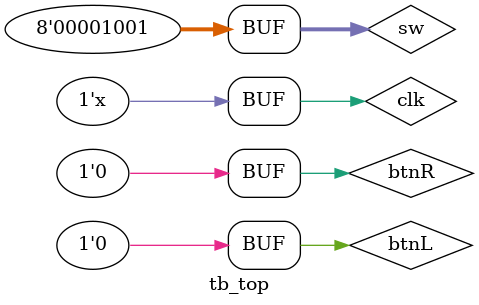
<source format=v>
`timescale 1ns / 1ps


module tb_top;

reg [7:0] sw;
reg clk = 0;
reg btnL, btnR;
wire [3:0] an;
wire [6:0] seg;
wire [15:0] led; 


always #5 clk = ~clk;

FSMTrial u1 (
    .sw(sw),
    .clk(clk),
    .btnL(btnL),
    .btnR(btnR),
    .an(an),
    .seg(seg),
    .led(led)
    );
    
    initial begin
        sw = 0;
        btnL = 1;
        #200;
        btnL = 0;
        #1000;
        sw = 9;
        btnR = 1; // setval?
        #400;
        btnR = 0;
        #1000;
        btnR = 1; // disp
        #200;
        btnR = 0;
        #1000;
        btnR = 1; // countdown
        #200;
        btnR = 0;
        #1000;

    end

endmodule

</source>
